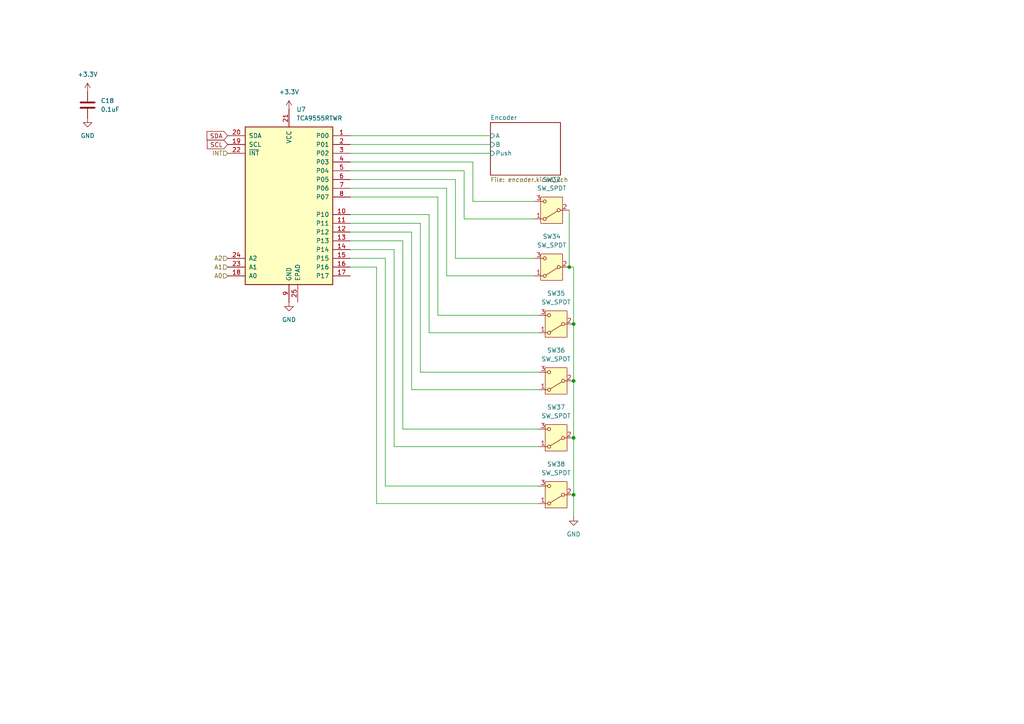
<source format=kicad_sch>
(kicad_sch (version 20250114) (generator "eeschema") (generator_version "9.0")
  (paper "A4")
  (lib_symbols
    (symbol "Device:C" (pin_numbers (hide yes)) (pin_names (offset 0.254))
      (property "Reference" "C" (at 0.635 2.54 0))
      (property "Value" "C" (at 0.635 -2.54 0))
      (symbol "C_0_1"
        (polyline (pts (xy -2.032 0.762) (xy 2.032 0.762)) (stroke (width 0.508)))
        (polyline (pts (xy -2.032 -0.762) (xy 2.032 -0.762)) (stroke (width 0.508)))
      )
      (symbol "C_1_1"
        (pin passive line (at 0 3.81 270) (length 2.794) (name "~") (number "1"))
        (pin passive line (at 0 -3.81 90) (length 2.794) (name "~") (number "2"))
      )
    )
    (symbol "Interface_Expansion:TCA9555RTWR" (pin_names (offset 1.016))
      (property "Reference" "U" (at -11.43 24.13 0))
      (property "Value" "TCA9555RTWR" (at 0 0 0))
      (symbol "TCA9555RTWR_0_1"
        (rectangle (start -12.7 22.86) (end 12.7 -22.86) (stroke (width 0.254)) (fill (type background)))
      )
      (symbol "TCA9555RTWR_1_1"
        (pin bidirectional line (at -17.78 20.32 0) (length 5.08) (name "SDA") (number "20"))
        (pin input line (at -17.78 17.78 0) (length 5.08) (name "SCL") (number "19"))
        (pin open_collector line (at -17.78 15.24 0) (length 5.08) (name "~{INT}") (number "22"))
        (pin input line (at -17.78 -15.24 0) (length 5.08) (name "A2") (number "24"))
        (pin input line (at -17.78 -17.78 0) (length 5.08) (name "A1") (number "23"))
        (pin input line (at -17.78 -20.32 0) (length 5.08) (name "A0") (number "18"))
        (pin power_in line (at 0 27.94 270) (length 5.08) (name "VCC") (number "21"))
        (pin power_in line (at 0 -27.94 90) (length 5.08) (name "GND") (number "9"))
        (pin input line (at 2.54 -27.94 90) (length 5.08) (name "EPAD") (number "25"))
        (pin bidirectional line (at 17.78 20.32 180) (length 5.08) (name "P00") (number "1"))
        (pin bidirectional line (at 17.78 17.78 180) (length 5.08) (name "P01") (number "2"))
        (pin bidirectional line (at 17.78 15.24 180) (length 5.08) (name "P02") (number "3"))
        (pin bidirectional line (at 17.78 12.7 180) (length 5.08) (name "P03") (number "4"))
        (pin bidirectional line (at 17.78 10.16 180) (length 5.08) (name "P04") (number "5"))
        (pin bidirectional line (at 17.78 7.62 180) (length 5.08) (name "P05") (number "6"))
        (pin bidirectional line (at 17.78 5.08 180) (length 5.08) (name "P06") (number "7"))
        (pin bidirectional line (at 17.78 2.54 180) (length 5.08) (name "P07") (number "8"))
        (pin bidirectional line (at 17.78 -2.54 180) (length 5.08) (name "P10") (number "10"))
        (pin bidirectional line (at 17.78 -5.08 180) (length 5.08) (name "P11") (number "11"))
        (pin bidirectional line (at 17.78 -7.62 180) (length 5.08) (name "P12") (number "12"))
        (pin bidirectional line (at 17.78 -10.16 180) (length 5.08) (name "P13") (number "13"))
        (pin bidirectional line (at 17.78 -12.7 180) (length 5.08) (name "P14") (number "14"))
        (pin bidirectional line (at 17.78 -15.24 180) (length 5.08) (name "P15") (number "15"))
        (pin bidirectional line (at 17.78 -17.78 180) (length 5.08) (name "P16") (number "16"))
        (pin bidirectional line (at 17.78 -20.32 180) (length 5.08) (name "P17") (number "17"))
      )
    )
    (symbol "Switch:SW_SPDT" (pin_names (offset 0) (hide yes))
      (property "Reference" "SW" (at 0 5.08 0))
      (property "Value" "SW_SPDT" (at 0 -5.08 0))
      (symbol "SW_SPDT_0_1"
        (circle (center -2.032 0) (radius 0.4572))
        (polyline (pts (xy -1.651 0.254) (xy 1.651 2.286)))
        (circle (center 2.032 2.54) (radius 0.4572))
        (circle (center 2.032 -2.54) (radius 0.4572))
      )
      (symbol "SW_SPDT_1_1"
        (rectangle (start -3.175 3.81) (end 3.175 -3.81) (fill (type background)))
        (pin passive line (at -5.08 0 0) (length 2.54) (name "B") (number "2"))
        (pin passive line (at 5.08 2.54 180) (length 2.54) (name "A") (number "1"))
        (pin passive line (at 5.08 -2.54 180) (length 2.54) (name "C") (number "3"))
      )
    )
    (symbol "power:+3.3V" (power) (pin_numbers (hide yes)) (pin_names (offset 0) (hide yes))
      (property "Value" "+3.3V" (at 0 3.556 0))
      (symbol "+3.3V_0_1"
        (polyline (pts (xy -0.762 1.27) (xy 0 2.54)))
        (polyline (pts (xy 0 2.54) (xy 0.762 1.27)))
        (polyline (pts (xy 0 0) (xy 0 2.54)))
      )
      (symbol "+3.3V_1_1"
        (pin power_in line (at 0 0 90) (length 0) (name "~") (number "1"))
      )
    )
    (symbol "power:GND" (power) (pin_numbers (hide yes)) (pin_names (offset 0) (hide yes))
      (property "Value" "GND" (at 0 -3.81 0))
      (symbol "GND_0_1"
        (polyline (pts (xy 0 0) (xy 0 -1.27) (xy 1.27 -1.27) (xy 0 -2.54) (xy -1.27 -1.27) (xy 0 -1.27)))
      )
      (symbol "GND_1_1"
        (pin power_in line (at 0 0 270) (length 0) (name "~") (number "1"))
      )
    )
  )
  (junction (at 165.1 77.47))
  (junction (at 166.37 143.51))
  (junction (at 166.37 127))
  (junction (at 166.37 110.49))
  (junction (at 166.37 93.98))
  (wire (pts (xy 137.16 58.42) (xy 154.94 58.42)))
  (wire (pts (xy 114.3 72.39) (xy 101.6 72.39)))
  (wire (pts (xy 109.22 77.47) (xy 109.22 146.05)))
  (wire (pts (xy 166.37 93.98) (xy 166.37 77.47)))
  (wire (pts (xy 119.38 67.31) (xy 101.6 67.31)))
  (wire (pts (xy 101.6 44.45) (xy 142.24 44.45)))
  (wire (pts (xy 119.38 113.03) (xy 119.38 67.31)))
  (wire (pts (xy 121.92 107.95) (xy 156.21 107.95)))
  (wire (pts (xy 132.08 52.07) (xy 101.6 52.07)))
  (wire (pts (xy 165.1 60.96) (xy 165.1 77.47)))
  (wire (pts (xy 127 57.15) (xy 101.6 57.15)))
  (wire (pts (xy 129.54 54.61) (xy 101.6 54.61)))
  (wire (pts (xy 134.62 49.53) (xy 101.6 49.53)))
  (wire (pts (xy 166.37 143.51) (xy 166.37 149.86)))
  (wire (pts (xy 129.54 80.01) (xy 129.54 54.61)))
  (wire (pts (xy 121.92 64.77) (xy 121.92 107.95)))
  (wire (pts (xy 134.62 63.5) (xy 134.62 49.53)))
  (wire (pts (xy 129.54 80.01) (xy 154.94 80.01)))
  (wire (pts (xy 111.76 74.93) (xy 101.6 74.93)))
  (wire (pts (xy 124.46 62.23) (xy 124.46 96.52)))
  (wire (pts (xy 124.46 62.23) (xy 101.6 62.23)))
  (wire (pts (xy 116.84 69.85) (xy 116.84 124.46)))
  (wire (pts (xy 127 91.44) (xy 127 57.15)))
  (wire (pts (xy 137.16 46.99) (xy 137.16 58.42)))
  (wire (pts (xy 154.94 63.5) (xy 134.62 63.5)))
  (wire (pts (xy 166.37 127) (xy 166.37 143.51)))
  (wire (pts (xy 127 91.44) (xy 156.21 91.44)))
  (wire (pts (xy 166.37 77.47) (xy 165.1 77.47)))
  (wire (pts (xy 109.22 77.47) (xy 101.6 77.47)))
  (wire (pts (xy 114.3 72.39) (xy 114.3 129.54)))
  (wire (pts (xy 121.92 64.77) (xy 101.6 64.77)))
  (wire (pts (xy 111.76 140.97) (xy 156.21 140.97)))
  (wire (pts (xy 101.6 39.37) (xy 142.24 39.37)))
  (wire (pts (xy 101.6 41.91) (xy 142.24 41.91)))
  (wire (pts (xy 119.38 113.03) (xy 156.21 113.03)))
  (wire (pts (xy 116.84 69.85) (xy 101.6 69.85)))
  (wire (pts (xy 124.46 96.52) (xy 156.21 96.52)))
  (wire (pts (xy 132.08 52.07) (xy 132.08 74.93)))
  (wire (pts (xy 116.84 124.46) (xy 156.21 124.46)))
  (wire (pts (xy 114.3 129.54) (xy 156.21 129.54)))
  (wire (pts (xy 109.22 146.05) (xy 156.21 146.05)))
  (wire (pts (xy 111.76 140.97) (xy 111.76 74.93)))
  (wire (pts (xy 166.37 93.98) (xy 166.37 110.49)))
  (wire (pts (xy 166.37 110.49) (xy 166.37 127)))
  (wire (pts (xy 137.16 46.99) (xy 101.6 46.99)))
  (wire (pts (xy 132.08 74.93) (xy 154.94 74.93)))
  (global_label "SCL" (shape input) (at 66.04 41.91 180) (property "Intersheetrefs" "${INTERSHEET_REFS}" (effects (hide yes))))
  (global_label "SDA" (shape input) (at 66.04 39.37 180) (property "Intersheetrefs" "${INTERSHEET_REFS}" (effects (hide yes))))
  (hierarchical_label "A2" (shape input) (at 66.04 74.93 180))
  (hierarchical_label "INT" (shape input) (at 66.04 44.45 180))
  (hierarchical_label "A1" (shape input) (at 66.04 77.47 180))
  (hierarchical_label "A0" (shape input) (at 66.04 80.01 180))
  (symbol (lib_id "Switch:SW_SPDT") (at 161.29 143.51 180) (unit 1)
    (property "Reference" "SW38" (at 161.29 134.62 0))
    (property "Value" "SW_SPDT" (at 161.29 137.16 0))
    (property "Footprint" "Connector_PinSocket_2.54mm:PinSocket_1x03_P2.54mm_Vertical" (effects (hide yes)))
    (property "Description" "Switch, single pole double throw" (effects (hide yes)))
    (property "LCSC Part Number" "C146690" (effects (hide yes)))
  )
  (symbol (lib_id "Switch:SW_SPDT") (at 161.29 127 180) (unit 1)
    (property "Reference" "SW37" (at 161.29 118.11 0))
    (property "Value" "SW_SPDT" (at 161.29 120.65 0))
    (property "Footprint" "Connector_PinSocket_2.54mm:PinSocket_1x03_P2.54mm_Vertical" (effects (hide yes)))
    (property "Description" "Switch, single pole double throw" (effects (hide yes)))
    (property "LCSC Part Number" "C146690" (effects (hide yes)))
  )
  (symbol (lib_id "power:GND") (at 166.37 149.86 0) (unit 1)
    (property "Reference" "#PWR0166" (effects (hide yes)))
    (property "Value" "GND" (at 166.37 154.94 0))
    (property "Description" "Power symbol creates a global label with name \"GND\" , ground" (effects (hide yes)))
  )
  (symbol (lib_id "Switch:SW_SPDT") (at 161.29 110.49 180) (unit 1)
    (property "Reference" "SW36" (at 161.29 101.6 0))
    (property "Value" "SW_SPDT" (at 161.29 104.14 0))
    (property "Footprint" "Connector_PinSocket_2.54mm:PinSocket_1x03_P2.54mm_Vertical" (effects (hide yes)))
    (property "Description" "Switch, single pole double throw" (effects (hide yes)))
    (property "LCSC Part Number" "C146690" (effects (hide yes)))
  )
  (symbol (lib_id "Device:C") (at 25.4 30.48 0) (unit 1)
    (property "Reference" "C18" (at 29.21 29.2099 0) (effects (justify left)))
    (property "Value" "0.1uF" (at 29.21 31.7499 0) (effects (justify left)))
    (property "Footprint" "Capacitor_SMD:C_0603_1608Metric" (effects (hide yes)))
    (property "Description" "Unpolarized capacitor" (effects (hide yes)))
    (property "LCSC Part Number" "C14663" (effects (hide yes)))
  )
  (symbol (lib_id "power:+3.3V") (at 25.4 26.67 0) (unit 1)
    (property "Reference" "#PWR0130" (effects (hide yes)))
    (property "Value" "+3.3V" (at 25.4 21.59 0))
    (property "Description" "Power symbol creates a global label with name \"+3.3V\"" (effects (hide yes)))
  )
  (symbol (lib_id "power:GND") (at 83.82 87.63 0) (unit 1)
    (property "Reference" "#PWR0136" (effects (hide yes)))
    (property "Value" "GND" (at 83.82 92.71 0))
    (property "Description" "Power symbol creates a global label with name \"GND\" , ground" (effects (hide yes)))
  )
  (symbol (lib_id "power:GND") (at 25.4 34.29 0) (unit 1)
    (property "Reference" "#PWR0131" (effects (hide yes)))
    (property "Value" "GND" (at 25.4 39.37 0))
    (property "Description" "Power symbol creates a global label with name \"GND\" , ground" (effects (hide yes)))
  )
  (symbol (lib_id "Interface_Expansion:TCA9555RTWR") (at 83.82 59.69 0) (unit 1)
    (property "Reference" "U7" (at 85.9633 31.75 0) (effects (justify left)))
    (property "Value" "TCA9555RTWR" (at 85.9633 34.29 0) (effects (justify left)))
    (property "Footprint" "Package_DFN_QFN:WQFN-24-1EP_4x4mm_P0.5mm_EP2.45x2.45mm" (effects (hide yes)))
    (property "Datasheet" "http://www.ti.com/lit/ds/symlink/tca9555.pdf" (effects (hide yes)))
    (property "Description" "16-bit I/O expander, I2C and SMBus interface, interrupts, w/ pull-ups, QFN-24" (effects (hide yes)))
    (property "LCSC Part Number" "C140277" (effects (hide yes)))
  )
  (symbol (lib_id "Switch:SW_SPDT") (at 160.02 77.47 180) (unit 1)
    (property "Reference" "SW34" (at 160.02 68.58 0))
    (property "Value" "SW_SPDT" (at 160.02 71.12 0))
    (property "Footprint" "Connector_PinSocket_2.54mm:PinSocket_1x03_P2.54mm_Vertical" (effects (hide yes)))
    (property "Description" "Switch, single pole double throw" (effects (hide yes)))
    (property "LCSC Part Number" "C146690" (effects (hide yes)))
  )
  (symbol (lib_id "Switch:SW_SPDT") (at 161.29 93.98 180) (unit 1)
    (property "Reference" "SW35" (at 161.29 85.09 0))
    (property "Value" "SW_SPDT" (at 161.29 87.63 0))
    (property "Footprint" "Connector_PinSocket_2.54mm:PinSocket_1x03_P2.54mm_Vertical" (effects (hide yes)))
    (property "Description" "Switch, single pole double throw" (effects (hide yes)))
    (property "LCSC Part Number" "C146690" (effects (hide yes)))
  )
  (symbol (lib_id "power:+3.3V") (at 83.82 31.75 0) (unit 1)
    (property "Reference" "#PWR0135" (effects (hide yes)))
    (property "Value" "+3.3V" (at 83.82 26.67 0))
    (property "Description" "Power symbol creates a global label with name \"+3.3V\"" (effects (hide yes)))
  )
  (symbol (lib_id "Switch:SW_SPDT") (at 160.02 60.96 180) (unit 1)
    (property "Reference" "SW32" (at 160.02 52.07 0))
    (property "Value" "SW_SPDT" (at 160.02 54.61 0))
    (property "Footprint" "Connector_PinSocket_2.54mm:PinSocket_1x03_P2.54mm_Vertical" (effects (hide yes)))
    (property "Description" "Switch, single pole double throw" (effects (hide yes)))
    (property "LCSC Part Number" "C146690" (effects (hide yes)))
  )
  (sheet (at 142.24 35.56) (size 20.32 15.24) (stroke (width 0.1524))
    (property "Sheetname" "Encoder" (at 142.24 34.8484 0) (effects (justify left bottom)))
    (property "Sheetfile" "encoder.kicad_sch" (at 142.24 51.3846 0) (effects (justify left top)))
    (pin "A" input (at 142.24 39.37 180))
    (pin "B" input (at 142.24 41.91 180))
    (pin "Push" input (at 142.24 44.45 180))
  )
)
</source>
